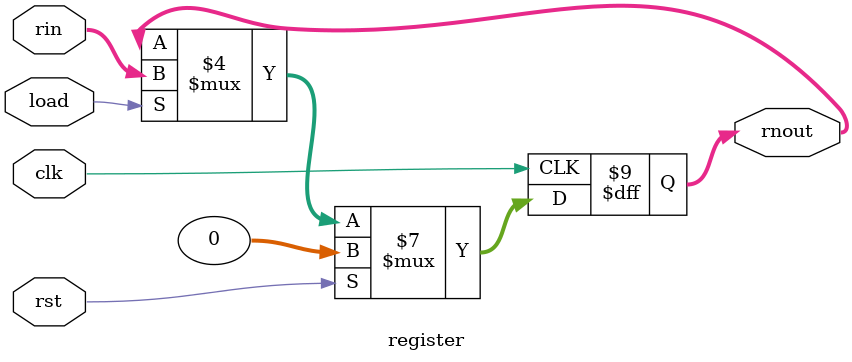
<source format=v>
`timescale 1ns / 1ps
module register(rnout,clk,rst,load,rin);

input [31:0] rin;
input clk,rst,load;

output reg [31:0] rnout;

always @(posedge clk)
     begin
	  if(rst==1)
	    rnout<=0;
	  else if(load==1)
	    rnout<=rin;
	  //else 
	   // rnout <= 0;////edited
	  end
	  
endmodule

</source>
